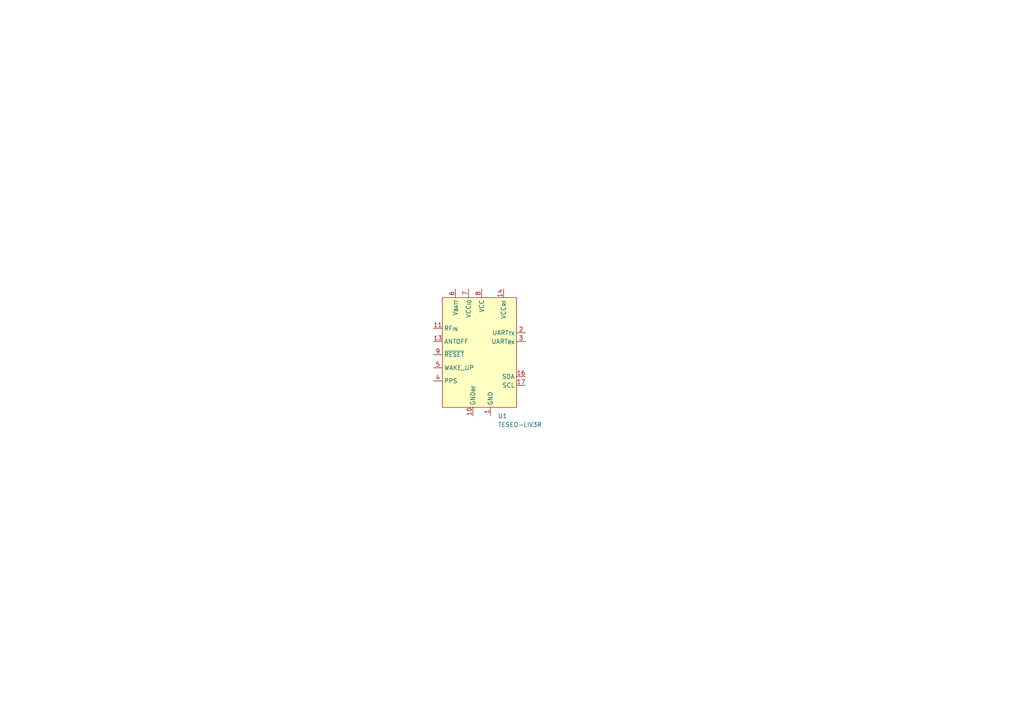
<source format=kicad_sch>
(kicad_sch (version 20250114) (generator "eeschema") (generator_version "9.0")
  (paper "A4")
  (lib_symbols
    (symbol "hwboard-bike-computer:TESEO-LIV3R"
      (property "Reference" "U" (at 6.096 26.416 0))
      (property "Value" "TESEO-LIV3R" (at 0.254 31.496 0))
      (symbol "TESEO-LIV3R_0_0"
        (pin input line (at -13.97 6.35 0) (length 2.54) (name "RF_{IN}") (number "11"))
        (pin output line (at -13.97 2.54 0) (length 2.54) (name "ANTOFF") (number "13"))
        (pin input line (at -13.97 -1.27 0) (length 2.54) (name "~{RESET}") (number "9"))
        (pin input line (at -13.97 -5.08 0) (length 2.54) (name "WAKE_UP") (number "5"))
        (pin output line (at -13.97 -8.89 0) (length 2.54) (name "PPS") (number "4"))
        (pin power_in line (at -7.62 17.78 270) (length 2.54) (name "V_{BATT}") (number "6"))
        (pin power_in line (at -3.81 17.78 270) (length 2.54) (name "VCC_{IO}") (number "7"))
        (pin power_in line (at -2.54 -19.05 90) (length 2.54) (name "GND_{RF}") (number "10"))
        (pin power_in line (at 0 17.78 270) (length 2.54) (name "VCC") (number "8"))
        (pin power_in line (at 2.54 -19.05 90) (length 2.54) (name "GND") (number "1"))
        (pin power_out line (at 6.35 17.78 270) (length 2.54) (name "VCC_{RF}") (number "14"))
        (pin output line (at 12.7 5.08 180) (length 2.54) (name "UART_{TX}") (number "2"))
        (pin input line (at 12.7 2.54 180) (length 2.54) (name "UART_{RX}") (number "3"))
        (pin bidirectional line (at 12.7 -7.62 180) (length 2.54) (name "SDA") (number "16"))
        (pin input line (at 12.7 -10.16 180) (length 2.54) (name "SCL") (number "17"))
      )
      (symbol "TESEO-LIV3R_1_0"
        (pin power_in line (at -2.54 -19.05 90) (length 2.54) (hide yes) (name "GND_{RF}") (number "12"))
      )
      (symbol "TESEO-LIV3R_1_1"
        (rectangle (start -11.43 15.24) (end 10.16 -16.51) (fill (type background)))
      )
    )
  )
  (symbol (lib_id "hwboard-bike-computer:TESEO-LIV3R") (at 139.7 101.6 0) (unit 1)
    (property "Reference" "U1" (at 144.3833 120.65 0) (effects (justify left)))
    (property "Value" "TESEO-LIV3R" (at 144.3833 123.19 0) (effects (justify left)))
    (property "Footprint" "hwboard-bike-computer:TESEOLIV3R" (effects (hide yes)))
  )
)
</source>
